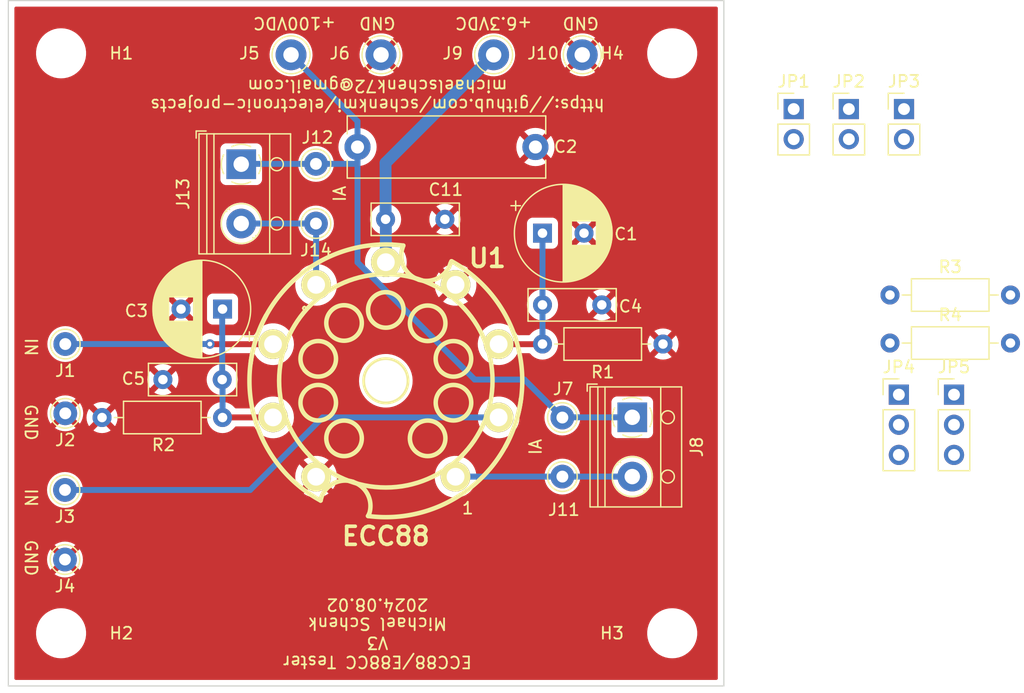
<source format=kicad_pcb>
(kicad_pcb (version 20240108) (generator "pcbnew") (generator_version "8.0")
  (layers (0 "F.Cu" signal) (31 "B.Cu" signal) (34 "B.Paste" user) (35 "F.Paste" user) (36 "B.SilkS" user "B.Silkscreen") (37 "F.SilkS" user "F.Silkscreen") (38 "B.Mask" user) (39 "F.Mask" user) (44 "Edge.Cuts" user))
  (net 0 "")
  (net 1 "VDDA")
  (net 2 "Net-(JP4-B)")
  (net 3 "Net-(JP5-B)")
  (net 4 "FVCC")
  (net 5 "Net-(J1-Pin_1)")
  (net 6 "FGND")
  (net 7 "Net-(J3-Pin_1)")
  (net 8 "Net-(J11-Pin_1)")
  (net 9 "Net-(J13-Pin_2)")
  (net 10 "Net-(JP4-C)")
  (net 11 "Net-(JP5-C)")
  (net 12 "Net-(JP2-A)")
  (net 13 "Net-(JP3-A)")
  (footprint "Capacitor_THT:CP_Radial_D8.0mm_P3.50mm" (layer "F.Cu") (at 100.2792 100.8888)
    (property "Reference" "C1" (at 7.0358 0.0762 0) (layer "F.SilkS"))
    (property "Value" "220uF/50V")
    (pad "1" thru_hole rect (at 0 0) (size 1.6 1.6) (drill 0.8) (layers "*.Cu" "*.Mask") (net 2 "Net-(JP4-B)"))
    (pad "2" thru_hole circle (at 3.5 0) (size 1.6 1.6) (drill 0.8) (layers "*.Cu" "*.Mask") (net 6 "FGND"))
  )
  (footprint "Capacitor_THT:C_Rect_L16.5mm_W5.0mm_P15.00mm_MKT" (layer "F.Cu") (at 84.6836 93.6244)
    (property "Reference" "C2" (at 17.5514 -0.0254 0) (layer "F.SilkS"))
    (property "Value" "100nF")
    (pad "1" thru_hole circle (at 0 0) (size 2.2 2.2) (drill 1.1) (layers "*.Cu" "*.Mask") (net 1 "VDDA"))
    (pad "2" thru_hole circle (at 15 0) (size 2.2 2.2) (drill 1.1) (layers "*.Cu" "*.Mask") (net 6 "FGND"))
  )
  (footprint "Capacitor_THT:CP_Radial_D8.0mm_P3.50mm" (layer "F.Cu") (at 73.3044 107.2896 180)
    (property "Reference" "C3" (at 7.2644 -0.1524 0) (layer "F.SilkS"))
    (property "Value" "220uF/50V")
    (pad "1" thru_hole rect (at 0 0 180) (size 1.6 1.6) (drill 0.8) (layers "*.Cu" "*.Mask") (net 3 "Net-(JP5-B)"))
    (pad "2" thru_hole circle (at 3.5 0 180) (size 1.6 1.6) (drill 0.8) (layers "*.Cu" "*.Mask") (net 6 "FGND"))
  )
  (footprint "Capacitor_THT:C_Rect_L7.2mm_W2.5mm_P5.00mm_FKS2_FKP2_MKS2_MKP2" (layer "F.Cu") (at 100.2792 106.934)
    (property "Reference" "C4" (at 7.4168 0.127 0) (layer "F.SilkS"))
    (property "Value" "100nF")
    (pad "1" thru_hole circle (at 0 0) (size 1.6 1.6) (drill 0.8) (layers "*.Cu" "*.Mask") (net 2 "Net-(JP4-B)"))
    (pad "2" thru_hole circle (at 5 0) (size 1.6 1.6) (drill 0.8) (layers "*.Cu" "*.Mask") (net 6 "FGND"))
  )
  (footprint "MountingHole:MountingHole_3.2mm_M3" (layer "F.Cu") (at 59.69 85.725)
    (property "Reference" "H1" (at 5.08 0 0) (layer "F.SilkS"))
    (property "Value" "MountingHole")
    (pad "" np_thru_hole circle (at 0 0) (size 3.2 3.2) (drill 3.2) (layers "*.Cu" "*.Mask"))
  )
  (footprint "MountingHole:MountingHole_3.2mm_M3" (layer "F.Cu") (at 59.69 134.62)
    (property "Reference" "H2" (at 5.08 0 0) (layer "F.SilkS"))
    (property "Value" "MountingHole")
    (pad "" np_thru_hole circle (at 0 0) (size 3.2 3.2) (drill 3.2) (layers "*.Cu" "*.Mask"))
  )
  (footprint "MountingHole:MountingHole_3.2mm_M3" (layer "F.Cu") (at 111.216799 134.62)
    (property "Reference" "H3" (at -5.08 0 0) (layer "F.SilkS"))
    (property "Value" "MountingHole")
    (pad "" np_thru_hole circle (at 0 0) (size 3.2 3.2) (drill 3.2) (layers "*.Cu" "*.Mask"))
  )
  (footprint "MountingHole:MountingHole_3.2mm_M3" (layer "F.Cu") (at 111.216799 85.725)
    (property "Reference" "H4" (at -5.08 0 0) (layer "F.SilkS"))
    (property "Value" "MountingHole")
    (pad "" np_thru_hole circle (at 0 0) (size 3.2 3.2) (drill 3.2) (layers "*.Cu" "*.Mask"))
  )
  (footprint "Connector_Pin:Pin_D1.0mm_L10.0mm" (layer "F.Cu") (at 60.019214 122.538722)
    (property "Reference" "J3" (at 0 2.25 0) (layer "F.SilkS"))
    (property "Value" "Conn_01x01")
    (pad "1" thru_hole circle (at 0 0) (size 2 2) (drill 1) (layers "*.Cu" "*.Mask") (net 7 "Net-(J3-Pin_1)"))
  )
  (footprint "Connector_Pin:Pin_D1.0mm_L10.0mm" (layer "F.Cu") (at 60.019214 128.404898)
    (property "Reference" "J4" (at 0 2.25 0) (layer "F.SilkS"))
    (property "Value" "Conn_01x01")
    (pad "1" thru_hole circle (at 0 0) (size 2 2) (drill 1) (layers "*.Cu" "*.Mask") (net 6 "FGND"))
  )
  (footprint "Connector_Pin:Pin_D1.3mm_L11.0mm" (layer "F.Cu") (at 79.079039 85.852)
    (property "Reference" "J5" (at -3.514039 -0.127 0) (layer "F.SilkS"))
    (property "Value" "Conn_01x01")
    (pad "1" thru_hole circle (at 0 0) (size 2.6 2.6) (drill 1.3) (layers "*.Cu" "*.Mask") (net 1 "VDDA"))
  )
  (footprint "Connector_Pin:Pin_D1.3mm_L11.0mm" (layer "F.Cu") (at 86.665865 85.852)
    (property "Reference" "J6" (at -3.480865 -0.127 0) (layer "F.SilkS"))
    (property "Value" "Conn_01x01")
    (pad "1" thru_hole circle (at 0 0) (size 2.6 2.6) (drill 1.3) (layers "*.Cu" "*.Mask") (net 6 "FGND"))
  )
  (footprint "TerminalBlock_RND:TerminalBlock_RND_205-00012_1x02_P5.00mm_Horizontal" (layer "F.Cu") (at 107.8484 116.412 -90)
    (property "Reference" "J8" (at 2.5 -5.4356 90) (layer "F.SilkS"))
    (property "Value" "Screw_Terminal_01x02")
    (pad "1" thru_hole rect (at 0 0 270) (size 2.5 2.5) (drill 1.3) (layers "*.Cu" "*.Mask") (net 1 "VDDA"))
    (pad "2" thru_hole circle (at 5 0 270) (size 2.5 2.5) (drill 1.3) (layers "*.Cu" "*.Mask") (net 8 "Net-(J11-Pin_1)"))
  )
  (footprint "Resistor_THT:R_Axial_DIN0207_L6.3mm_D2.5mm_P10.16mm_Horizontal" (layer "F.Cu") (at 110.4392 110.236 180)
    (property "Reference" "R1" (at 5.08 -2.37 180) (layer "F.SilkS"))
    (property "Value" "680R/0.6W")
    (pad "1" thru_hole circle (at 0 0 180) (size 1.6 1.6) (drill 0.8) (layers "*.Cu" "*.Mask") (net 6 "FGND"))
    (pad "2" thru_hole oval (at 10.16 0 180) (size 1.6 1.6) (drill 0.8) (layers "*.Cu" "*.Mask") (net 2 "Net-(JP4-B)"))
  )
  (footprint "Resistor_THT:R_Axial_DIN0207_L6.3mm_D2.5mm_P10.16mm_Horizontal" (layer "F.Cu") (at 63.1444 116.4336)
    (property "Reference" "R2" (at 5.1816 2.3114 0) (layer "F.SilkS"))
    (property "Value" "680R/0.6W")
    (pad "1" thru_hole circle (at 0 0) (size 1.6 1.6) (drill 0.8) (layers "*.Cu" "*.Mask") (net 6 "FGND"))
    (pad "2" thru_hole oval (at 10.16 0) (size 1.6 1.6) (drill 0.8) (layers "*.Cu" "*.Mask") (net 3 "Net-(JP5-B)"))
  )
  (footprint "Capacitor_THT:C_Rect_L7.2mm_W2.5mm_P5.00mm_FKS2_FKP2_MKS2_MKP2" (layer "F.Cu") (at 73.2752 113.2332 180)
    (property "Reference" "C5" (at 7.4892 0.0762 0) (layer "F.SilkS"))
    (property "Value" "100nF")
    (pad "1" thru_hole circle (at 0 0 180) (size 1.6 1.6) (drill 0.8) (layers "*.Cu" "*.Mask") (net 3 "Net-(JP5-B)"))
    (pad "2" thru_hole circle (at 5 0 180) (size 1.6 1.6) (drill 0.8) (layers "*.Cu" "*.Mask") (net 6 "FGND"))
  )
  (footprint "Connector_Pin:Pin_D1.0mm_L10.0mm" (layer "F.Cu") (at 60.0456 110.236)
    (property "Reference" "J1" (at 0 2.25 0) (layer "F.SilkS"))
    (property "Value" "Conn_01x01")
    (pad "1" thru_hole circle (at 0 0) (size 2 2) (drill 1) (layers "*.Cu" "*.Mask") (net 5 "Net-(J1-Pin_1)"))
  )
  (footprint "Connector_Pin:Pin_D1.0mm_L10.0mm" (layer "F.Cu") (at 60.0456 116.077928)
    (property "Reference" "J2" (at 0 2.25 0) (layer "F.SilkS"))
    (property "Value" "Conn_01x01")
    (pad "1" thru_hole circle (at 0 0) (size 2 2) (drill 1) (layers "*.Cu" "*.Mask") (net 6 "FGND"))
  )
  (footprint "Connector_Pin:Pin_D1.3mm_L11.0mm" (layer "F.Cu") (at 96.160581 85.852)
    (property "Reference" "J9" (at -3.450581 -0.127 180) (layer "F.SilkS"))
    (property "Value" "Conn_01x01")
    (pad "1" thru_hole circle (at 0 0) (size 2.6 2.6) (drill 1.3) (layers "*.Cu" "*.Mask") (net 4 "FVCC"))
  )
  (footprint "Connector_Pin:Pin_D1.3mm_L11.0mm" (layer "F.Cu") (at 103.632 85.852)
    (property "Reference" "J10" (at -3.302 -0.127 0) (layer "F.SilkS"))
    (property "Value" "Conn_01x01")
    (pad "1" thru_hole circle (at 0 0) (size 2.6 2.6) (drill 1.3) (layers "*.Cu" "*.Mask") (net 6 "FGND"))
  )
  (footprint "Connector_Pin:Pin_D1.0mm_L10.0mm" (layer "F.Cu") (at 101.9556 121.412)
    (property "Reference" "J11" (at 0.127 2.794 0) (layer "F.SilkS"))
    (property "Value" "Conn_01x01")
    (pad "1" thru_hole circle (at 0 0) (size 2 2) (drill 1) (layers "*.Cu" "*.Mask") (net 8 "Net-(J11-Pin_1)"))
  )
  (footprint "Connector_Pin:Pin_D1.0mm_L10.0mm" (layer "F.Cu") (at 81.1784 95.0468)
    (property "Reference" "J12" (at 0.127 -2.2225 0) (layer "F.SilkS"))
    (property "Value" "Conn_01x01")
    (pad "1" thru_hole circle (at 0 0) (size 2 2) (drill 1) (layers "*.Cu" "*.Mask") (net 1 "VDDA"))
  )
  (footprint "Capacitor_THT:C_Rect_L7.2mm_W2.5mm_P5.00mm_FKS2_FKP2_MKS2_MKP2" (layer "F.Cu") (at 87.0496 99.7204)
    (property "Reference" "C11" (at 5.08 -2.5 0) (layer "F.SilkS"))
    (property "Value" "100nF")
    (pad "1" thru_hole circle (at 0 0) (size 1.6 1.6) (drill 0.8) (layers "*.Cu" "*.Mask") (net 4 "FVCC"))
    (pad "2" thru_hole circle (at 5 0) (size 1.6 1.6) (drill 0.8) (layers "*.Cu" "*.Mask") (net 6 "FGND"))
  )
  (footprint "w_vacuum:socket_gzc9-b" (layer "F.Cu") (at 87.0712 113.3348)
    (property "Reference" "U1" (at 8.5598 -10.3378 0) (layer "F.SilkS") (effects (font (size 1.524 1.524) (thickness 0.3048))))
    (property "Value" "ECC88" (at 0 13.09878 0) (layer "F.SilkS") (effects (font (size 1.524 1.524) (thickness 0.3048))))
    (pad "" np_thru_hole circle (at 0 0) (size 3.49758 3.49758) (drill 3.49758) (layers "*.Cu" "*.Mask" "F.SilkS"))
    (pad "1" thru_hole circle (at 5.87756 8.0899) (size 2.49936 2.49936) (drill 1.4986) (layers "*.Cu" "*.Mask" "F.SilkS") (net 8 "Net-(J11-Pin_1)"))
    (pad "2" thru_hole circle (at 9.50976 3.0861) (size 2.49936 2.49936) (drill 1.4986) (layers "*.Cu" "*.Mask" "F.SilkS") (net 7 "Net-(J3-Pin_1)"))
    (pad "3" thru_hole circle (at 9.50976 -3.0861) (size 2.49936 2.49936) (drill 1.4986) (layers "*.Cu" "*.Mask" "F.SilkS") (net 10 "Net-(JP4-C)"))
    (pad "4" thru_hole circle (at 5.87756 -8.0899) (size 2.49936 2.49936) (drill 1.4986) (layers "*.Cu" "*.Mask" "F.SilkS") (net 6 "FGND"))
    (pad "5" thru_hole circle (at 0 -9.99998) (size 2.49936 2.49936) (drill 1.4986) (layers "*.Cu" "*.Mask" "F.SilkS") (net 4 "FVCC"))
    (pad "6" thru_hole circle (at -5.87756 -8.0899) (size 2.49936 2.49936) (drill 1.4986) (layers "*.Cu" "*.Mask" "F.SilkS") (net 9 "Net-(J13-Pin_2)"))
    (pad "7" thru_hole circle (at -9.50976 -3.0861) (size 2.49936 2.49936) (drill 1.4986) (layers "*.Cu" "*.Mask" "F.SilkS") (net 5 "Net-(J1-Pin_1)"))
    (pad "8" thru_hole circle (at -9.50976 3.0861) (size 2.49936 2.49936) (drill 1.4986) (layers "*.Cu" "*.Mask" "F.SilkS") (net 11 "Net-(JP5-C)"))
    (pad "9" thru_hole circle (at -5.87756 8.0899) (size 2.49936 2.49936) (drill 1.4986) (layers "*.Cu" "*.Mask" "F.SilkS") (net 6 "FGND"))
  )
  (footprint "Connector_Pin:Pin_D1.0mm_L10.0mm" (layer "F.Cu") (at 101.9556 116.4336)
    (property "Reference" "J7" (at 0.0635 -2.413 0) (layer "F.SilkS"))
    (property "Value" "Conn_01x01")
    (pad "1" thru_hole circle (at 0 0) (size 2 2) (drill 1) (layers "*.Cu" "*.Mask") (net 1 "VDDA"))
  )
  (footprint "Connector_PinHeader_2.54mm:PinHeader_1x03_P2.54mm_Vertical" (layer "F.Cu") (at 134.9756 114.5032)
    (property "Reference" "JP5" (at 0 -2.33 0) (layer "F.SilkS"))
    (property "Value" "Jumper_3_Open")
    (pad "1" thru_hole rect (at 0 0) (size 1.7 1.7) (drill 1) (layers "*.Cu" "*.Mask") (net 6 "FGND"))
    (pad "2" thru_hole oval (at 0 2.54) (size 1.7 1.7) (drill 1) (layers "*.Cu" "*.Mask") (net 11 "Net-(JP5-C)"))
    (pad "3" thru_hole oval (at 0 5.08) (size 1.7 1.7) (drill 1) (layers "*.Cu" "*.Mask") (net 3 "Net-(JP5-B)"))
  )
  (footprint "Connector_PinHeader_2.54mm:PinHeader_1x03_P2.54mm_Vertical" (layer "F.Cu") (at 130.3256 114.5032)
    (property "Reference" "JP4" (at 0 -2.33 0) (layer "F.SilkS"))
    (property "Value" "Jumper_3_Open")
    (pad "1" thru_hole rect (at 0 0) (size 1.7 1.7) (drill 1) (layers "*.Cu" "*.Mask") (net 6 "FGND"))
    (pad "2" thru_hole oval (at 0 2.54) (size 1.7 1.7) (drill 1) (layers "*.Cu" "*.Mask") (net 10 "Net-(JP4-C)"))
    (pad "3" thru_hole oval (at 0 5.08) (size 1.7 1.7) (drill 1) (layers "*.Cu" "*.Mask") (net 2 "Net-(JP4-B)"))
  )
  (footprint "TerminalBlock_RND:TerminalBlock_RND_205-00012_1x02_P5.00mm_Horizontal" (layer "F.Cu") (at 74.8792 95.076 -90)
    (property "Reference" "J13" (at 2.5 4.9022 90) (layer "F.SilkS"))
    (property "Value" "Screw_Terminal_01x02")
    (pad "1" thru_hole rect (at 0 0 270) (size 2.5 2.5) (drill 1.3) (layers "*.Cu" "*.Mask") (net 1 "VDDA"))
    (pad "2" thru_hole circle (at 5 0 270) (size 2.5 2.5) (drill 1.3) (layers "*.Cu" "*.Mask") (net 9 "Net-(J13-Pin_2)"))
  )
  (footprint "Connector_Pin:Pin_D1.0mm_L10.0mm" (layer "F.Cu") (at 81.1784 100.076)
    (property "Reference" "J14" (at 0 2.25 0) (layer "F.SilkS"))
    (property "Value" "Conn_01x01")
    (pad "1" thru_hole circle (at 0 0) (size 2 2) (drill 1) (layers "*.Cu" "*.Mask") (net 9 "Net-(J13-Pin_2)"))
  )
  (footprint "Resistor_THT:R_Axial_DIN0207_L6.3mm_D2.5mm_P10.16mm_Horizontal" (layer "F.Cu") (at 129.5756 106.1032)
    (property "Reference" "R3" (at 5.08 -2.37 0) (layer "F.SilkS"))
    (property "Value" "1Meg/0.6W")
    (pad "1" thru_hole circle (at 0 0) (size 1.6 1.6) (drill 0.8) (layers "*.Cu" "*.Mask") (net 6 "FGND"))
    (pad "2" thru_hole oval (at 10.16 0) (size 1.6 1.6) (drill 0.8) (layers "*.Cu" "*.Mask") (net 12 "Net-(JP2-A)"))
  )
  (footprint "Connector_PinHeader_2.54mm:PinHeader_1x02_P2.54mm_Vertical" (layer "F.Cu") (at 126.1092 90.424)
    (property "Reference" "JP2" (at 0 -2.33 0) (layer "F.SilkS"))
    (property "Value" "Jumper_2_Open")
    (pad "1" thru_hole rect (at 0 0) (size 1.7 1.7) (drill 1) (layers "*.Cu" "*.Mask") (net 12 "Net-(JP2-A)"))
    (pad "2" thru_hole oval (at 0 2.54) (size 1.7 1.7) (drill 1) (layers "*.Cu" "*.Mask") (net 7 "Net-(J3-Pin_1)"))
  )
  (footprint "Resistor_THT:R_Axial_DIN0207_L6.3mm_D2.5mm_P10.16mm_Horizontal" (layer "F.Cu") (at 129.5756 110.1532)
    (property "Reference" "R4" (at 5.08 -2.37 0) (layer "F.SilkS"))
    (property "Value" "1Meg/0.6W")
    (pad "1" thru_hole circle (at 0 0) (size 1.6 1.6) (drill 0.8) (layers "*.Cu" "*.Mask") (net 6 "FGND"))
    (pad "2" thru_hole oval (at 10.16 0) (size 1.6 1.6) (drill 0.8) (layers "*.Cu" "*.Mask") (net 13 "Net-(JP3-A)"))
  )
  (footprint "Connector_PinHeader_2.54mm:PinHeader_1x02_P2.54mm_Vertical" (layer "F.Cu") (at 121.4592 90.424)
    (property "Reference" "JP1" (at 0 -2.33 0) (layer "F.SilkS"))
    (property "Value" "Jumper_2_Open")
    (pad "1" thru_hole rect (at 0 0) (size 1.7 1.7) (drill 1) (layers "*.Cu" "*.Mask") (net 5 "Net-(J1-Pin_1)"))
    (pad "2" thru_hole oval (at 0 2.54) (size 1.7 1.7) (drill 1) (layers "*.Cu" "*.Mask") (net 7 "Net-(J3-Pin_1)"))
  )
  (footprint "Connector_PinHeader_2.54mm:PinHeader_1x02_P2.54mm_Vertical" (layer "F.Cu") (at 130.7592 90.424)
    (property "Reference" "JP3" (at 0 -2.33 0) (layer "F.SilkS"))
    (property "Value" "Jumper_2_Open")
    (pad "1" thru_hole rect (at 0 0) (size 1.7 1.7) (drill 1) (layers "*.Cu" "*.Mask") (net 13 "Net-(JP3-A)"))
    (pad "2" thru_hole oval (at 0 2.54) (size 1.7 1.7) (drill 1) (layers "*.Cu" "*.Mask") (net 5 "Net-(J1-Pin_1)"))
  )
  (gr_line (start 55.245 81.28) (end 115.57 81.28) (stroke (width 0.1)) (layer "Edge.Cuts"))
  (gr_line (start 115.57 81.28) (end 115.57 139.065) (stroke (width 0.1)) (layer "Edge.Cuts"))
  (gr_line (start 55.245 139.065) (end 55.245 81.28) (stroke (width 0.1)) (layer "Edge.Cuts"))
  (gr_line (start 115.57 139.065) (end 55.245 139.065) (stroke (width 0.1)) (layer "Edge.Cuts"))
  (gr_text "IN" (at 57.15 123.19 270) (layer "F.SilkS") (effects (font (size 1 1))))
  (gr_text "GND" (at 57.15 128.27 270) (layer "F.SilkS") (effects (font (size 1 1))))
  (gr_text "GND" (at 57.15 116.84 270) (layer "F.SilkS") (effects (font (size 1 1))))
  (gr_text "IA" (at 83.185 97.576 90) (layer "F.SilkS") (effects (font (size 1 1))))
  (gr_text "+100VDC" (at 79.375 83.185 180) (layer "F.SilkS") (effects (font (size 1 1))))
  (gr_text "+6.3VDC" (at 96.160581 83.185 180) (layer "F.SilkS") (effects (font (size 1 1))))
  (gr_text "GND" (at 86.36 83.185 180) (layer "F.SilkS") (effects (font (size 1 1))))
  (gr_text "GND" (at 103.505 83.185 180) (layer "F.SilkS") (effects (font (size 1 1))))
  (gr_text "°" (at 80.2132 107.6198 0) (layer "F.SilkS") (effects (font (size 1 1))))
  (gr_text "ECC88/E88CC Tester\nV3\nMichael Schenk\n2024.08.02" (at 86.36 134.62 180) (layer "F.SilkS") (effects (font (size 1 1))))
  (gr_text "IN" (at 57.15 110.49 270) (layer "F.SilkS") (effects (font (size 1 1))))
  (gr_text "https://github.com/schenkmi/electronic-projects\nmichaelschenk72@gmail.com" (at 86.36 89.281 180) (layer "F.SilkS") (effects (font (size 1 1))))
  (gr_text "1" (at 93.98 124.079 0) (layer "F.SilkS") (effects (font (size 1 1))))
  (gr_text "IA" (at 99.695 118.912 90) (layer "F.SilkS") (effects (font (size 1 1))))
  (segment (start 100.2665 110.2487) (end 100.2792 110.236) (width 0.5) (layer "F.Cu") (net 0))
  (segment (start 73.3171 116.4209) (end 73.3044 116.4336) (width 0.5) (layer "F.Cu") (net 0))
  (segment (start 96.58096 110.2487) (end 100.2665 110.2487) (width 0.5) (layer "F.Cu") (net 0))
  (segment (start 77.56144 116.4209) (end 73.3171 116.4209) (width 0.5) (layer "F.Cu") (net 0))
  (segment (start 100.2792 106.934) (end 100.2792 100.8888) (width 0.5) (layer "B.Cu") (net 0))
  (segment (start 73.2752 107.3188) (end 73.3044 107.2896) (width 0.5) (layer "B.Cu") (net 0))
  (segment (start 73.3044 113.2624) (end 73.2752 113.2332) (width 0.5) (layer "B.Cu") (net 0))
  (segment (start 73.3044 116.4336) (end 73.3044 113.2624) (width 0.5) (layer "B.Cu") (net 0))
  (segment (start 100.2792 110.236) (end 100.2792 106.934) (width 0.5) (layer "B.Cu") (net 0))
  (segment (start 73.2752 113.2332) (end 73.2752 107.3188) (width 0.5) (layer "B.Cu") (net 0))
  (segment (start 94.565869 113.2332) (end 98.7552 113.2332) (width 0.5) (layer "B.Cu") (net 1))
  (segment (start 98.7552 113.2332) (end 101.9556 116.4336) (width 0.5) (layer "B.Cu") (net 1))
  (segment (start 84.6836 93.6244) (end 84.6836 95.1992) (width 0.5) (layer "B.Cu") (net 1))
  (segment (start 101.9772 116.412) (end 101.9556 116.4336) (width 0.5) (layer "B.Cu") (net 1))
  (segment (start 84.6836 93.6244) (end 84.6836 91.456561) (width 0.5) (layer "B.Cu") (net 1))
  (segment (start 84.6836 95.1992) (end 84.6836 103.350931) (width 0.5) (layer "B.Cu") (net 1))
  (segment (start 107.8484 116.412) (end 101.9772 116.412) (width 0.5) (layer "B.Cu") (net 1))
  (segment (start 81.1784 95.0468) (end 84.5312 95.0468) (width 0.5) (layer "B.Cu") (net 1))
  (segment (start 84.6836 91.456561) (end 79.079039 85.852) (width 0.5) (layer "B.Cu") (net 1))
  (segment (start 84.6836 103.350931) (end 94.565869 113.2332) (width 0.5) (layer "B.Cu") (net 1))
  (segment (start 81.1784 95.0468) (end 74.9084 95.0468) (width 0.5) (layer "B.Cu") (net 1))
  (segment (start 74.9084 95.0468) (end 74.8792 95.076) (width 0.5) (layer "B.Cu") (net 1))
  (segment (start 84.5312 95.0468) (end 84.6836 95.1992) (width 0.5) (layer "B.Cu") (net 1))
  (segment (start 87.0496 94.962981) (end 96.160581 85.852) (width 1) (layer "B.Cu") (net 4))
  (segment (start 87.0712 99.742) (end 87.0496 99.7204) (width 1) (layer "B.Cu") (net 4))
  (segment (start 87.0712 103.33482) (end 87.0712 99.742) (width 1) (layer "B.Cu") (net 4))
  (segment (start 87.0496 99.7204) (end 87.0496 94.962981) (width 1) (layer "B.Cu") (net 4))
  (segment (start 72.2503 110.2487) (end 72.2376 110.236) (width 0.5) (layer "F.Cu") (net 5))
  (segment (start 77.56144 110.2487) (end 72.2503 110.2487) (width 0.5) (layer "F.Cu") (net 5))
  (via (at 72.2376 110.236) (size 0.8) (drill 0.4) (layers "F.Cu" "B.Cu") (net 5))
  (segment (start 72.2376 110.236) (end 60.0456 110.236) (width 0.5) (layer "B.Cu") (net 5))
  (segment (start 96.58096 116.4209) (end 81.7499 116.4209) (width 0.5) (layer "B.Cu") (net 7))
  (segment (start 81.7499 116.4209) (end 75.632078 122.538722) (width 0.5) (layer "B.Cu") (net 7))
  (segment (start 75.632078 122.538722) (end 60.019214 122.538722) (width 0.5) (layer "B.Cu") (net 7))
  (segment (start 92.96146 121.412) (end 92.94876 121.4247) (width 0.5) (layer "B.Cu") (net 8))
  (segment (start 107.8484 121.412) (end 101.9556 121.412) (width 0.5) (layer "B.Cu") (net 8))
  (segment (start 101.9556 121.412) (end 92.96146 121.412) (width 0.5) (layer "B.Cu") (net 8))
  (segment (start 81.1784 100.076) (end 74.8792 100.076) (width 0.5) (layer "B.Cu") (net 9))
  (segment (start 81.19364 100.09124) (end 81.1784 100.076) (width 0.5) (layer "B.Cu") (net 9))
  (segment (start 81.19364 105.2449) (end 81.19364 100.09124) (width 0.5) (layer "B.Cu") (net 9))
  (zone (net 6) (net_name "FGND") (layer "F.Cu") (connect_pads (clearance 0.508)) (min_thickness 0.254) (fill yes (thermal_gap 0.508) (thermal_bridge_width 0.508))
    (polygon (pts (xy 115.57 139.065) (xy 55.245 139.065) (xy 55.245 81.28) (xy 115.57 81.28)))
  )
)
</source>
